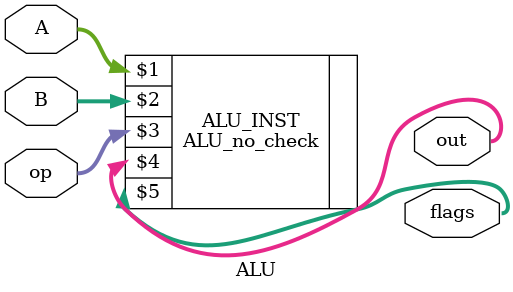
<source format=v>
/* An interface for an ALU
 * This one does not implement checks of any kind.
 *
 * wchen329@wisc.edu
 */
module ALU(A, B, op, out, flags);

	output [15:0] out;
	output [2:0] flags;
	input [15:0] A, B;
	input [2:0] op;

	ALU_no_check ALU_INST(A, B, op, out, flags);

endmodule

</source>
